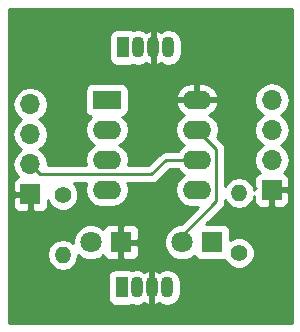
<source format=gbr>
G04 #@! TF.FileFunction,Copper,L2,Bot,Signal*
%FSLAX46Y46*%
G04 Gerber Fmt 4.6, Leading zero omitted, Abs format (unit mm)*
G04 Created by KiCad (PCBNEW 4.0.7) date 12/07/18 00:27:29*
%MOMM*%
%LPD*%
G01*
G04 APERTURE LIST*
%ADD10C,0.100000*%
%ADD11R,2.400000X1.600000*%
%ADD12O,2.400000X1.600000*%
%ADD13R,1.700000X1.700000*%
%ADD14O,1.700000X1.700000*%
%ADD15R,1.800000X1.800000*%
%ADD16C,1.800000*%
%ADD17C,1.400000*%
%ADD18O,1.400000X1.400000*%
%ADD19R,1.070000X1.800000*%
%ADD20O,1.070000X1.800000*%
%ADD21C,0.250000*%
%ADD22C,0.254000*%
G04 APERTURE END LIST*
D10*
D11*
X152527000Y-130302000D03*
D12*
X160147000Y-137922000D03*
X152527000Y-132842000D03*
X160147000Y-135382000D03*
X152527000Y-135382000D03*
X160147000Y-132842000D03*
X152527000Y-137922000D03*
X160147000Y-130302000D03*
D13*
X146050000Y-138303000D03*
D14*
X146050000Y-135763000D03*
X146050000Y-133223000D03*
X146050000Y-130683000D03*
D15*
X161442400Y-142341600D03*
D16*
X158902400Y-142341600D03*
D15*
X153720800Y-142341600D03*
D16*
X151180800Y-142341600D03*
D13*
X166497000Y-137922000D03*
D14*
X166497000Y-135382000D03*
X166497000Y-132842000D03*
X166497000Y-130302000D03*
D17*
X163728400Y-143256000D03*
D18*
X163728400Y-138176000D03*
D17*
X148793200Y-138328400D03*
D18*
X148793200Y-143408400D03*
D19*
X153924000Y-125857000D03*
D20*
X155194000Y-125857000D03*
X156464000Y-125857000D03*
X157734000Y-125857000D03*
D19*
X153797000Y-146177000D03*
D20*
X155067000Y-146177000D03*
X156337000Y-146177000D03*
X157607000Y-146177000D03*
D21*
X158800800Y-142341600D02*
X158800800Y-141884400D01*
X158800800Y-141884400D02*
X161798000Y-138887200D01*
X161798000Y-138887200D02*
X161798000Y-134493000D01*
X161798000Y-134493000D02*
X160147000Y-132842000D01*
X160147000Y-132842000D02*
X160629600Y-132842000D01*
X160147000Y-135382000D02*
X157530800Y-135382000D01*
X146888200Y-136601200D02*
X146050000Y-135763000D01*
X156311600Y-136601200D02*
X146888200Y-136601200D01*
X157530800Y-135382000D02*
X156311600Y-136601200D01*
D22*
G36*
X168200000Y-149150000D02*
X144220000Y-149150000D01*
X144220000Y-145277000D01*
X152614560Y-145277000D01*
X152614560Y-147077000D01*
X152658838Y-147312317D01*
X152797910Y-147528441D01*
X153010110Y-147673431D01*
X153262000Y-147724440D01*
X154332000Y-147724440D01*
X154567317Y-147680162D01*
X154614477Y-147649815D01*
X154619260Y-147653011D01*
X155067000Y-147742072D01*
X155514740Y-147653011D01*
X155717766Y-147517354D01*
X156029617Y-147670900D01*
X156210000Y-147545244D01*
X156210000Y-146707810D01*
X156237000Y-146572072D01*
X156237000Y-145781928D01*
X156437000Y-145781928D01*
X156437000Y-146572072D01*
X156464000Y-146707810D01*
X156464000Y-147545244D01*
X156644383Y-147670900D01*
X156956234Y-147517354D01*
X157159260Y-147653011D01*
X157607000Y-147742072D01*
X158054740Y-147653011D01*
X158434315Y-147399387D01*
X158687939Y-147019812D01*
X158777000Y-146572072D01*
X158777000Y-145781928D01*
X158687939Y-145334188D01*
X158434315Y-144954613D01*
X158054740Y-144700989D01*
X157607000Y-144611928D01*
X157159260Y-144700989D01*
X156956234Y-144836646D01*
X156644383Y-144683100D01*
X156464000Y-144808756D01*
X156464000Y-145646190D01*
X156437000Y-145781928D01*
X156237000Y-145781928D01*
X156210000Y-145646190D01*
X156210000Y-144808756D01*
X156029617Y-144683100D01*
X155717766Y-144836646D01*
X155514740Y-144700989D01*
X155067000Y-144611928D01*
X154619260Y-144700989D01*
X154616487Y-144702842D01*
X154583890Y-144680569D01*
X154332000Y-144629560D01*
X153262000Y-144629560D01*
X153026683Y-144673838D01*
X152810559Y-144812910D01*
X152665569Y-145025110D01*
X152614560Y-145277000D01*
X144220000Y-145277000D01*
X144220000Y-143382246D01*
X147458200Y-143382246D01*
X147458200Y-143434554D01*
X147559821Y-143945436D01*
X147849212Y-144378542D01*
X148282318Y-144667933D01*
X148793200Y-144769554D01*
X149304082Y-144667933D01*
X149737188Y-144378542D01*
X150026579Y-143945436D01*
X150124000Y-143455668D01*
X150310157Y-143642151D01*
X150874130Y-143876333D01*
X151484791Y-143876865D01*
X152049171Y-143643668D01*
X152226641Y-143466508D01*
X152282473Y-143601299D01*
X152461102Y-143779927D01*
X152694491Y-143876600D01*
X153435050Y-143876600D01*
X153593800Y-143717850D01*
X153593800Y-142468600D01*
X153847800Y-142468600D01*
X153847800Y-143717850D01*
X154006550Y-143876600D01*
X154747109Y-143876600D01*
X154980498Y-143779927D01*
X155159127Y-143601299D01*
X155255800Y-143367910D01*
X155255800Y-142627350D01*
X155097050Y-142468600D01*
X153847800Y-142468600D01*
X153593800Y-142468600D01*
X153573800Y-142468600D01*
X153573800Y-142214600D01*
X153593800Y-142214600D01*
X153593800Y-140965350D01*
X153847800Y-140965350D01*
X153847800Y-142214600D01*
X155097050Y-142214600D01*
X155255800Y-142055850D01*
X155255800Y-141315290D01*
X155159127Y-141081901D01*
X154980498Y-140903273D01*
X154747109Y-140806600D01*
X154006550Y-140806600D01*
X153847800Y-140965350D01*
X153593800Y-140965350D01*
X153435050Y-140806600D01*
X152694491Y-140806600D01*
X152461102Y-140903273D01*
X152282473Y-141081901D01*
X152226681Y-141216594D01*
X152051443Y-141041049D01*
X151487470Y-140806867D01*
X150876809Y-140806335D01*
X150312429Y-141039532D01*
X149880249Y-141470957D01*
X149646067Y-142034930D01*
X149645769Y-142377174D01*
X149304082Y-142148867D01*
X148793200Y-142047246D01*
X148282318Y-142148867D01*
X147849212Y-142438258D01*
X147559821Y-142871364D01*
X147458200Y-143382246D01*
X144220000Y-143382246D01*
X144220000Y-138588750D01*
X144565000Y-138588750D01*
X144565000Y-139279310D01*
X144661673Y-139512699D01*
X144840302Y-139691327D01*
X145073691Y-139788000D01*
X145764250Y-139788000D01*
X145923000Y-139629250D01*
X145923000Y-138430000D01*
X144723750Y-138430000D01*
X144565000Y-138588750D01*
X144220000Y-138588750D01*
X144220000Y-130683000D01*
X144535907Y-130683000D01*
X144648946Y-131251285D01*
X144970853Y-131733054D01*
X145300026Y-131953000D01*
X144970853Y-132172946D01*
X144648946Y-132654715D01*
X144535907Y-133223000D01*
X144648946Y-133791285D01*
X144970853Y-134273054D01*
X145300026Y-134493000D01*
X144970853Y-134712946D01*
X144648946Y-135194715D01*
X144535907Y-135763000D01*
X144648946Y-136331285D01*
X144970853Y-136813054D01*
X145014777Y-136842403D01*
X144840302Y-136914673D01*
X144661673Y-137093301D01*
X144565000Y-137326690D01*
X144565000Y-138017250D01*
X144723750Y-138176000D01*
X145923000Y-138176000D01*
X145923000Y-138156000D01*
X146177000Y-138156000D01*
X146177000Y-138176000D01*
X146197000Y-138176000D01*
X146197000Y-138430000D01*
X146177000Y-138430000D01*
X146177000Y-139629250D01*
X146335750Y-139788000D01*
X147026309Y-139788000D01*
X147259698Y-139691327D01*
X147438327Y-139512699D01*
X147535000Y-139279310D01*
X147535000Y-138779213D01*
X147660782Y-139083629D01*
X148035996Y-139459498D01*
X148526487Y-139663168D01*
X149057583Y-139663631D01*
X149548429Y-139460818D01*
X149924298Y-139085604D01*
X150127968Y-138595113D01*
X150128431Y-138064017D01*
X149925618Y-137573171D01*
X149714016Y-137361200D01*
X150773067Y-137361200D01*
X150765283Y-137372849D01*
X150656050Y-137922000D01*
X150765283Y-138471151D01*
X151076352Y-138936698D01*
X151541899Y-139247767D01*
X152091050Y-139357000D01*
X152962950Y-139357000D01*
X153512101Y-139247767D01*
X153977648Y-138936698D01*
X154288717Y-138471151D01*
X154397950Y-137922000D01*
X154288717Y-137372849D01*
X154280933Y-137361200D01*
X156311600Y-137361200D01*
X156602439Y-137303348D01*
X156849001Y-137138601D01*
X157845602Y-136142000D01*
X158526168Y-136142000D01*
X158696352Y-136396698D01*
X159078438Y-136652000D01*
X158696352Y-136907302D01*
X158385283Y-137372849D01*
X158276050Y-137922000D01*
X158385283Y-138471151D01*
X158696352Y-138936698D01*
X159161899Y-139247767D01*
X159711050Y-139357000D01*
X160253398Y-139357000D01*
X158803884Y-140806514D01*
X158598409Y-140806335D01*
X158034029Y-141039532D01*
X157601849Y-141470957D01*
X157367667Y-142034930D01*
X157367135Y-142645591D01*
X157600332Y-143209971D01*
X158031757Y-143642151D01*
X158595730Y-143876333D01*
X159206391Y-143876865D01*
X159770771Y-143643668D01*
X159939013Y-143475720D01*
X159939238Y-143476917D01*
X160078310Y-143693041D01*
X160290510Y-143838031D01*
X160542400Y-143889040D01*
X162342400Y-143889040D01*
X162530844Y-143853582D01*
X162595982Y-144011229D01*
X162971196Y-144387098D01*
X163461687Y-144590768D01*
X163992783Y-144591231D01*
X164483629Y-144388418D01*
X164859498Y-144013204D01*
X165063168Y-143522713D01*
X165063631Y-142991617D01*
X164860818Y-142500771D01*
X164485604Y-142124902D01*
X163995113Y-141921232D01*
X163464017Y-141920769D01*
X162989840Y-142116695D01*
X162989840Y-141441600D01*
X162945562Y-141206283D01*
X162806490Y-140990159D01*
X162594290Y-140845169D01*
X162342400Y-140794160D01*
X160965842Y-140794160D01*
X162335401Y-139424601D01*
X162500148Y-139178039D01*
X162558000Y-138887200D01*
X162558000Y-138807291D01*
X162784412Y-139146142D01*
X163217518Y-139435533D01*
X163728400Y-139537154D01*
X164239282Y-139435533D01*
X164672388Y-139146142D01*
X164961779Y-138713036D01*
X165012000Y-138460559D01*
X165012000Y-138898310D01*
X165108673Y-139131699D01*
X165287302Y-139310327D01*
X165520691Y-139407000D01*
X166211250Y-139407000D01*
X166370000Y-139248250D01*
X166370000Y-138049000D01*
X166624000Y-138049000D01*
X166624000Y-139248250D01*
X166782750Y-139407000D01*
X167473309Y-139407000D01*
X167706698Y-139310327D01*
X167885327Y-139131699D01*
X167982000Y-138898310D01*
X167982000Y-138207750D01*
X167823250Y-138049000D01*
X166624000Y-138049000D01*
X166370000Y-138049000D01*
X166350000Y-138049000D01*
X166350000Y-137795000D01*
X166370000Y-137795000D01*
X166370000Y-137775000D01*
X166624000Y-137775000D01*
X166624000Y-137795000D01*
X167823250Y-137795000D01*
X167982000Y-137636250D01*
X167982000Y-136945690D01*
X167885327Y-136712301D01*
X167706698Y-136533673D01*
X167532223Y-136461403D01*
X167576147Y-136432054D01*
X167898054Y-135950285D01*
X168011093Y-135382000D01*
X167898054Y-134813715D01*
X167576147Y-134331946D01*
X167246974Y-134112000D01*
X167576147Y-133892054D01*
X167898054Y-133410285D01*
X168011093Y-132842000D01*
X167898054Y-132273715D01*
X167576147Y-131791946D01*
X167246974Y-131572000D01*
X167576147Y-131352054D01*
X167898054Y-130870285D01*
X168011093Y-130302000D01*
X167898054Y-129733715D01*
X167576147Y-129251946D01*
X167094378Y-128930039D01*
X166526093Y-128817000D01*
X166467907Y-128817000D01*
X165899622Y-128930039D01*
X165417853Y-129251946D01*
X165095946Y-129733715D01*
X164982907Y-130302000D01*
X165095946Y-130870285D01*
X165417853Y-131352054D01*
X165747026Y-131572000D01*
X165417853Y-131791946D01*
X165095946Y-132273715D01*
X164982907Y-132842000D01*
X165095946Y-133410285D01*
X165417853Y-133892054D01*
X165747026Y-134112000D01*
X165417853Y-134331946D01*
X165095946Y-134813715D01*
X164982907Y-135382000D01*
X165095946Y-135950285D01*
X165417853Y-136432054D01*
X165461777Y-136461403D01*
X165287302Y-136533673D01*
X165108673Y-136712301D01*
X165012000Y-136945690D01*
X165012000Y-137636250D01*
X165170748Y-137794998D01*
X165012000Y-137794998D01*
X165012000Y-137891441D01*
X164961779Y-137638964D01*
X164672388Y-137205858D01*
X164239282Y-136916467D01*
X163728400Y-136814846D01*
X163217518Y-136916467D01*
X162784412Y-137205858D01*
X162558000Y-137544709D01*
X162558000Y-134493000D01*
X162500148Y-134202161D01*
X162335401Y-133955599D01*
X161853536Y-133473734D01*
X161908717Y-133391151D01*
X162017950Y-132842000D01*
X161908717Y-132292849D01*
X161597648Y-131827302D01*
X161219293Y-131574493D01*
X161651500Y-131226896D01*
X161921367Y-130733819D01*
X161938904Y-130651039D01*
X161816915Y-130429000D01*
X160274000Y-130429000D01*
X160274000Y-130449000D01*
X160020000Y-130449000D01*
X160020000Y-130429000D01*
X158477085Y-130429000D01*
X158355096Y-130651039D01*
X158372633Y-130733819D01*
X158642500Y-131226896D01*
X159074707Y-131574493D01*
X158696352Y-131827302D01*
X158385283Y-132292849D01*
X158276050Y-132842000D01*
X158385283Y-133391151D01*
X158696352Y-133856698D01*
X159078438Y-134112000D01*
X158696352Y-134367302D01*
X158526168Y-134622000D01*
X157530800Y-134622000D01*
X157239960Y-134679852D01*
X156993399Y-134844599D01*
X155996798Y-135841200D01*
X154306609Y-135841200D01*
X154397950Y-135382000D01*
X154288717Y-134832849D01*
X153977648Y-134367302D01*
X153595562Y-134112000D01*
X153977648Y-133856698D01*
X154288717Y-133391151D01*
X154397950Y-132842000D01*
X154288717Y-132292849D01*
X153977648Y-131827302D01*
X153831650Y-131729749D01*
X153962317Y-131705162D01*
X154178441Y-131566090D01*
X154323431Y-131353890D01*
X154374440Y-131102000D01*
X154374440Y-129952961D01*
X158355096Y-129952961D01*
X158477085Y-130175000D01*
X160020000Y-130175000D01*
X160020000Y-128867000D01*
X160274000Y-128867000D01*
X160274000Y-130175000D01*
X161816915Y-130175000D01*
X161938904Y-129952961D01*
X161921367Y-129870181D01*
X161651500Y-129377104D01*
X161213483Y-129024834D01*
X160674000Y-128867000D01*
X160274000Y-128867000D01*
X160020000Y-128867000D01*
X159620000Y-128867000D01*
X159080517Y-129024834D01*
X158642500Y-129377104D01*
X158372633Y-129870181D01*
X158355096Y-129952961D01*
X154374440Y-129952961D01*
X154374440Y-129502000D01*
X154330162Y-129266683D01*
X154191090Y-129050559D01*
X153978890Y-128905569D01*
X153727000Y-128854560D01*
X151327000Y-128854560D01*
X151091683Y-128898838D01*
X150875559Y-129037910D01*
X150730569Y-129250110D01*
X150679560Y-129502000D01*
X150679560Y-131102000D01*
X150723838Y-131337317D01*
X150862910Y-131553441D01*
X151075110Y-131698431D01*
X151224074Y-131728597D01*
X151076352Y-131827302D01*
X150765283Y-132292849D01*
X150656050Y-132842000D01*
X150765283Y-133391151D01*
X151076352Y-133856698D01*
X151458438Y-134112000D01*
X151076352Y-134367302D01*
X150765283Y-134832849D01*
X150656050Y-135382000D01*
X150747391Y-135841200D01*
X147548538Y-135841200D01*
X147564093Y-135763000D01*
X147451054Y-135194715D01*
X147129147Y-134712946D01*
X146799974Y-134493000D01*
X147129147Y-134273054D01*
X147451054Y-133791285D01*
X147564093Y-133223000D01*
X147451054Y-132654715D01*
X147129147Y-132172946D01*
X146799974Y-131953000D01*
X147129147Y-131733054D01*
X147451054Y-131251285D01*
X147564093Y-130683000D01*
X147451054Y-130114715D01*
X147129147Y-129632946D01*
X146647378Y-129311039D01*
X146079093Y-129198000D01*
X146020907Y-129198000D01*
X145452622Y-129311039D01*
X144970853Y-129632946D01*
X144648946Y-130114715D01*
X144535907Y-130683000D01*
X144220000Y-130683000D01*
X144220000Y-124957000D01*
X152741560Y-124957000D01*
X152741560Y-126757000D01*
X152785838Y-126992317D01*
X152924910Y-127208441D01*
X153137110Y-127353431D01*
X153389000Y-127404440D01*
X154459000Y-127404440D01*
X154694317Y-127360162D01*
X154741477Y-127329815D01*
X154746260Y-127333011D01*
X155194000Y-127422072D01*
X155641740Y-127333011D01*
X155844766Y-127197354D01*
X156156617Y-127350900D01*
X156337000Y-127225244D01*
X156337000Y-126387810D01*
X156364000Y-126252072D01*
X156364000Y-125461928D01*
X156564000Y-125461928D01*
X156564000Y-126252072D01*
X156591000Y-126387810D01*
X156591000Y-127225244D01*
X156771383Y-127350900D01*
X157083234Y-127197354D01*
X157286260Y-127333011D01*
X157734000Y-127422072D01*
X158181740Y-127333011D01*
X158561315Y-127079387D01*
X158814939Y-126699812D01*
X158904000Y-126252072D01*
X158904000Y-125461928D01*
X158814939Y-125014188D01*
X158561315Y-124634613D01*
X158181740Y-124380989D01*
X157734000Y-124291928D01*
X157286260Y-124380989D01*
X157083234Y-124516646D01*
X156771383Y-124363100D01*
X156591000Y-124488756D01*
X156591000Y-125326190D01*
X156564000Y-125461928D01*
X156364000Y-125461928D01*
X156337000Y-125326190D01*
X156337000Y-124488756D01*
X156156617Y-124363100D01*
X155844766Y-124516646D01*
X155641740Y-124380989D01*
X155194000Y-124291928D01*
X154746260Y-124380989D01*
X154743487Y-124382842D01*
X154710890Y-124360569D01*
X154459000Y-124309560D01*
X153389000Y-124309560D01*
X153153683Y-124353838D01*
X152937559Y-124492910D01*
X152792569Y-124705110D01*
X152741560Y-124957000D01*
X144220000Y-124957000D01*
X144220000Y-122630000D01*
X168200000Y-122630000D01*
X168200000Y-149150000D01*
X168200000Y-149150000D01*
G37*
X168200000Y-149150000D02*
X144220000Y-149150000D01*
X144220000Y-145277000D01*
X152614560Y-145277000D01*
X152614560Y-147077000D01*
X152658838Y-147312317D01*
X152797910Y-147528441D01*
X153010110Y-147673431D01*
X153262000Y-147724440D01*
X154332000Y-147724440D01*
X154567317Y-147680162D01*
X154614477Y-147649815D01*
X154619260Y-147653011D01*
X155067000Y-147742072D01*
X155514740Y-147653011D01*
X155717766Y-147517354D01*
X156029617Y-147670900D01*
X156210000Y-147545244D01*
X156210000Y-146707810D01*
X156237000Y-146572072D01*
X156237000Y-145781928D01*
X156437000Y-145781928D01*
X156437000Y-146572072D01*
X156464000Y-146707810D01*
X156464000Y-147545244D01*
X156644383Y-147670900D01*
X156956234Y-147517354D01*
X157159260Y-147653011D01*
X157607000Y-147742072D01*
X158054740Y-147653011D01*
X158434315Y-147399387D01*
X158687939Y-147019812D01*
X158777000Y-146572072D01*
X158777000Y-145781928D01*
X158687939Y-145334188D01*
X158434315Y-144954613D01*
X158054740Y-144700989D01*
X157607000Y-144611928D01*
X157159260Y-144700989D01*
X156956234Y-144836646D01*
X156644383Y-144683100D01*
X156464000Y-144808756D01*
X156464000Y-145646190D01*
X156437000Y-145781928D01*
X156237000Y-145781928D01*
X156210000Y-145646190D01*
X156210000Y-144808756D01*
X156029617Y-144683100D01*
X155717766Y-144836646D01*
X155514740Y-144700989D01*
X155067000Y-144611928D01*
X154619260Y-144700989D01*
X154616487Y-144702842D01*
X154583890Y-144680569D01*
X154332000Y-144629560D01*
X153262000Y-144629560D01*
X153026683Y-144673838D01*
X152810559Y-144812910D01*
X152665569Y-145025110D01*
X152614560Y-145277000D01*
X144220000Y-145277000D01*
X144220000Y-143382246D01*
X147458200Y-143382246D01*
X147458200Y-143434554D01*
X147559821Y-143945436D01*
X147849212Y-144378542D01*
X148282318Y-144667933D01*
X148793200Y-144769554D01*
X149304082Y-144667933D01*
X149737188Y-144378542D01*
X150026579Y-143945436D01*
X150124000Y-143455668D01*
X150310157Y-143642151D01*
X150874130Y-143876333D01*
X151484791Y-143876865D01*
X152049171Y-143643668D01*
X152226641Y-143466508D01*
X152282473Y-143601299D01*
X152461102Y-143779927D01*
X152694491Y-143876600D01*
X153435050Y-143876600D01*
X153593800Y-143717850D01*
X153593800Y-142468600D01*
X153847800Y-142468600D01*
X153847800Y-143717850D01*
X154006550Y-143876600D01*
X154747109Y-143876600D01*
X154980498Y-143779927D01*
X155159127Y-143601299D01*
X155255800Y-143367910D01*
X155255800Y-142627350D01*
X155097050Y-142468600D01*
X153847800Y-142468600D01*
X153593800Y-142468600D01*
X153573800Y-142468600D01*
X153573800Y-142214600D01*
X153593800Y-142214600D01*
X153593800Y-140965350D01*
X153847800Y-140965350D01*
X153847800Y-142214600D01*
X155097050Y-142214600D01*
X155255800Y-142055850D01*
X155255800Y-141315290D01*
X155159127Y-141081901D01*
X154980498Y-140903273D01*
X154747109Y-140806600D01*
X154006550Y-140806600D01*
X153847800Y-140965350D01*
X153593800Y-140965350D01*
X153435050Y-140806600D01*
X152694491Y-140806600D01*
X152461102Y-140903273D01*
X152282473Y-141081901D01*
X152226681Y-141216594D01*
X152051443Y-141041049D01*
X151487470Y-140806867D01*
X150876809Y-140806335D01*
X150312429Y-141039532D01*
X149880249Y-141470957D01*
X149646067Y-142034930D01*
X149645769Y-142377174D01*
X149304082Y-142148867D01*
X148793200Y-142047246D01*
X148282318Y-142148867D01*
X147849212Y-142438258D01*
X147559821Y-142871364D01*
X147458200Y-143382246D01*
X144220000Y-143382246D01*
X144220000Y-138588750D01*
X144565000Y-138588750D01*
X144565000Y-139279310D01*
X144661673Y-139512699D01*
X144840302Y-139691327D01*
X145073691Y-139788000D01*
X145764250Y-139788000D01*
X145923000Y-139629250D01*
X145923000Y-138430000D01*
X144723750Y-138430000D01*
X144565000Y-138588750D01*
X144220000Y-138588750D01*
X144220000Y-130683000D01*
X144535907Y-130683000D01*
X144648946Y-131251285D01*
X144970853Y-131733054D01*
X145300026Y-131953000D01*
X144970853Y-132172946D01*
X144648946Y-132654715D01*
X144535907Y-133223000D01*
X144648946Y-133791285D01*
X144970853Y-134273054D01*
X145300026Y-134493000D01*
X144970853Y-134712946D01*
X144648946Y-135194715D01*
X144535907Y-135763000D01*
X144648946Y-136331285D01*
X144970853Y-136813054D01*
X145014777Y-136842403D01*
X144840302Y-136914673D01*
X144661673Y-137093301D01*
X144565000Y-137326690D01*
X144565000Y-138017250D01*
X144723750Y-138176000D01*
X145923000Y-138176000D01*
X145923000Y-138156000D01*
X146177000Y-138156000D01*
X146177000Y-138176000D01*
X146197000Y-138176000D01*
X146197000Y-138430000D01*
X146177000Y-138430000D01*
X146177000Y-139629250D01*
X146335750Y-139788000D01*
X147026309Y-139788000D01*
X147259698Y-139691327D01*
X147438327Y-139512699D01*
X147535000Y-139279310D01*
X147535000Y-138779213D01*
X147660782Y-139083629D01*
X148035996Y-139459498D01*
X148526487Y-139663168D01*
X149057583Y-139663631D01*
X149548429Y-139460818D01*
X149924298Y-139085604D01*
X150127968Y-138595113D01*
X150128431Y-138064017D01*
X149925618Y-137573171D01*
X149714016Y-137361200D01*
X150773067Y-137361200D01*
X150765283Y-137372849D01*
X150656050Y-137922000D01*
X150765283Y-138471151D01*
X151076352Y-138936698D01*
X151541899Y-139247767D01*
X152091050Y-139357000D01*
X152962950Y-139357000D01*
X153512101Y-139247767D01*
X153977648Y-138936698D01*
X154288717Y-138471151D01*
X154397950Y-137922000D01*
X154288717Y-137372849D01*
X154280933Y-137361200D01*
X156311600Y-137361200D01*
X156602439Y-137303348D01*
X156849001Y-137138601D01*
X157845602Y-136142000D01*
X158526168Y-136142000D01*
X158696352Y-136396698D01*
X159078438Y-136652000D01*
X158696352Y-136907302D01*
X158385283Y-137372849D01*
X158276050Y-137922000D01*
X158385283Y-138471151D01*
X158696352Y-138936698D01*
X159161899Y-139247767D01*
X159711050Y-139357000D01*
X160253398Y-139357000D01*
X158803884Y-140806514D01*
X158598409Y-140806335D01*
X158034029Y-141039532D01*
X157601849Y-141470957D01*
X157367667Y-142034930D01*
X157367135Y-142645591D01*
X157600332Y-143209971D01*
X158031757Y-143642151D01*
X158595730Y-143876333D01*
X159206391Y-143876865D01*
X159770771Y-143643668D01*
X159939013Y-143475720D01*
X159939238Y-143476917D01*
X160078310Y-143693041D01*
X160290510Y-143838031D01*
X160542400Y-143889040D01*
X162342400Y-143889040D01*
X162530844Y-143853582D01*
X162595982Y-144011229D01*
X162971196Y-144387098D01*
X163461687Y-144590768D01*
X163992783Y-144591231D01*
X164483629Y-144388418D01*
X164859498Y-144013204D01*
X165063168Y-143522713D01*
X165063631Y-142991617D01*
X164860818Y-142500771D01*
X164485604Y-142124902D01*
X163995113Y-141921232D01*
X163464017Y-141920769D01*
X162989840Y-142116695D01*
X162989840Y-141441600D01*
X162945562Y-141206283D01*
X162806490Y-140990159D01*
X162594290Y-140845169D01*
X162342400Y-140794160D01*
X160965842Y-140794160D01*
X162335401Y-139424601D01*
X162500148Y-139178039D01*
X162558000Y-138887200D01*
X162558000Y-138807291D01*
X162784412Y-139146142D01*
X163217518Y-139435533D01*
X163728400Y-139537154D01*
X164239282Y-139435533D01*
X164672388Y-139146142D01*
X164961779Y-138713036D01*
X165012000Y-138460559D01*
X165012000Y-138898310D01*
X165108673Y-139131699D01*
X165287302Y-139310327D01*
X165520691Y-139407000D01*
X166211250Y-139407000D01*
X166370000Y-139248250D01*
X166370000Y-138049000D01*
X166624000Y-138049000D01*
X166624000Y-139248250D01*
X166782750Y-139407000D01*
X167473309Y-139407000D01*
X167706698Y-139310327D01*
X167885327Y-139131699D01*
X167982000Y-138898310D01*
X167982000Y-138207750D01*
X167823250Y-138049000D01*
X166624000Y-138049000D01*
X166370000Y-138049000D01*
X166350000Y-138049000D01*
X166350000Y-137795000D01*
X166370000Y-137795000D01*
X166370000Y-137775000D01*
X166624000Y-137775000D01*
X166624000Y-137795000D01*
X167823250Y-137795000D01*
X167982000Y-137636250D01*
X167982000Y-136945690D01*
X167885327Y-136712301D01*
X167706698Y-136533673D01*
X167532223Y-136461403D01*
X167576147Y-136432054D01*
X167898054Y-135950285D01*
X168011093Y-135382000D01*
X167898054Y-134813715D01*
X167576147Y-134331946D01*
X167246974Y-134112000D01*
X167576147Y-133892054D01*
X167898054Y-133410285D01*
X168011093Y-132842000D01*
X167898054Y-132273715D01*
X167576147Y-131791946D01*
X167246974Y-131572000D01*
X167576147Y-131352054D01*
X167898054Y-130870285D01*
X168011093Y-130302000D01*
X167898054Y-129733715D01*
X167576147Y-129251946D01*
X167094378Y-128930039D01*
X166526093Y-128817000D01*
X166467907Y-128817000D01*
X165899622Y-128930039D01*
X165417853Y-129251946D01*
X165095946Y-129733715D01*
X164982907Y-130302000D01*
X165095946Y-130870285D01*
X165417853Y-131352054D01*
X165747026Y-131572000D01*
X165417853Y-131791946D01*
X165095946Y-132273715D01*
X164982907Y-132842000D01*
X165095946Y-133410285D01*
X165417853Y-133892054D01*
X165747026Y-134112000D01*
X165417853Y-134331946D01*
X165095946Y-134813715D01*
X164982907Y-135382000D01*
X165095946Y-135950285D01*
X165417853Y-136432054D01*
X165461777Y-136461403D01*
X165287302Y-136533673D01*
X165108673Y-136712301D01*
X165012000Y-136945690D01*
X165012000Y-137636250D01*
X165170748Y-137794998D01*
X165012000Y-137794998D01*
X165012000Y-137891441D01*
X164961779Y-137638964D01*
X164672388Y-137205858D01*
X164239282Y-136916467D01*
X163728400Y-136814846D01*
X163217518Y-136916467D01*
X162784412Y-137205858D01*
X162558000Y-137544709D01*
X162558000Y-134493000D01*
X162500148Y-134202161D01*
X162335401Y-133955599D01*
X161853536Y-133473734D01*
X161908717Y-133391151D01*
X162017950Y-132842000D01*
X161908717Y-132292849D01*
X161597648Y-131827302D01*
X161219293Y-131574493D01*
X161651500Y-131226896D01*
X161921367Y-130733819D01*
X161938904Y-130651039D01*
X161816915Y-130429000D01*
X160274000Y-130429000D01*
X160274000Y-130449000D01*
X160020000Y-130449000D01*
X160020000Y-130429000D01*
X158477085Y-130429000D01*
X158355096Y-130651039D01*
X158372633Y-130733819D01*
X158642500Y-131226896D01*
X159074707Y-131574493D01*
X158696352Y-131827302D01*
X158385283Y-132292849D01*
X158276050Y-132842000D01*
X158385283Y-133391151D01*
X158696352Y-133856698D01*
X159078438Y-134112000D01*
X158696352Y-134367302D01*
X158526168Y-134622000D01*
X157530800Y-134622000D01*
X157239960Y-134679852D01*
X156993399Y-134844599D01*
X155996798Y-135841200D01*
X154306609Y-135841200D01*
X154397950Y-135382000D01*
X154288717Y-134832849D01*
X153977648Y-134367302D01*
X153595562Y-134112000D01*
X153977648Y-133856698D01*
X154288717Y-133391151D01*
X154397950Y-132842000D01*
X154288717Y-132292849D01*
X153977648Y-131827302D01*
X153831650Y-131729749D01*
X153962317Y-131705162D01*
X154178441Y-131566090D01*
X154323431Y-131353890D01*
X154374440Y-131102000D01*
X154374440Y-129952961D01*
X158355096Y-129952961D01*
X158477085Y-130175000D01*
X160020000Y-130175000D01*
X160020000Y-128867000D01*
X160274000Y-128867000D01*
X160274000Y-130175000D01*
X161816915Y-130175000D01*
X161938904Y-129952961D01*
X161921367Y-129870181D01*
X161651500Y-129377104D01*
X161213483Y-129024834D01*
X160674000Y-128867000D01*
X160274000Y-128867000D01*
X160020000Y-128867000D01*
X159620000Y-128867000D01*
X159080517Y-129024834D01*
X158642500Y-129377104D01*
X158372633Y-129870181D01*
X158355096Y-129952961D01*
X154374440Y-129952961D01*
X154374440Y-129502000D01*
X154330162Y-129266683D01*
X154191090Y-129050559D01*
X153978890Y-128905569D01*
X153727000Y-128854560D01*
X151327000Y-128854560D01*
X151091683Y-128898838D01*
X150875559Y-129037910D01*
X150730569Y-129250110D01*
X150679560Y-129502000D01*
X150679560Y-131102000D01*
X150723838Y-131337317D01*
X150862910Y-131553441D01*
X151075110Y-131698431D01*
X151224074Y-131728597D01*
X151076352Y-131827302D01*
X150765283Y-132292849D01*
X150656050Y-132842000D01*
X150765283Y-133391151D01*
X151076352Y-133856698D01*
X151458438Y-134112000D01*
X151076352Y-134367302D01*
X150765283Y-134832849D01*
X150656050Y-135382000D01*
X150747391Y-135841200D01*
X147548538Y-135841200D01*
X147564093Y-135763000D01*
X147451054Y-135194715D01*
X147129147Y-134712946D01*
X146799974Y-134493000D01*
X147129147Y-134273054D01*
X147451054Y-133791285D01*
X147564093Y-133223000D01*
X147451054Y-132654715D01*
X147129147Y-132172946D01*
X146799974Y-131953000D01*
X147129147Y-131733054D01*
X147451054Y-131251285D01*
X147564093Y-130683000D01*
X147451054Y-130114715D01*
X147129147Y-129632946D01*
X146647378Y-129311039D01*
X146079093Y-129198000D01*
X146020907Y-129198000D01*
X145452622Y-129311039D01*
X144970853Y-129632946D01*
X144648946Y-130114715D01*
X144535907Y-130683000D01*
X144220000Y-130683000D01*
X144220000Y-124957000D01*
X152741560Y-124957000D01*
X152741560Y-126757000D01*
X152785838Y-126992317D01*
X152924910Y-127208441D01*
X153137110Y-127353431D01*
X153389000Y-127404440D01*
X154459000Y-127404440D01*
X154694317Y-127360162D01*
X154741477Y-127329815D01*
X154746260Y-127333011D01*
X155194000Y-127422072D01*
X155641740Y-127333011D01*
X155844766Y-127197354D01*
X156156617Y-127350900D01*
X156337000Y-127225244D01*
X156337000Y-126387810D01*
X156364000Y-126252072D01*
X156364000Y-125461928D01*
X156564000Y-125461928D01*
X156564000Y-126252072D01*
X156591000Y-126387810D01*
X156591000Y-127225244D01*
X156771383Y-127350900D01*
X157083234Y-127197354D01*
X157286260Y-127333011D01*
X157734000Y-127422072D01*
X158181740Y-127333011D01*
X158561315Y-127079387D01*
X158814939Y-126699812D01*
X158904000Y-126252072D01*
X158904000Y-125461928D01*
X158814939Y-125014188D01*
X158561315Y-124634613D01*
X158181740Y-124380989D01*
X157734000Y-124291928D01*
X157286260Y-124380989D01*
X157083234Y-124516646D01*
X156771383Y-124363100D01*
X156591000Y-124488756D01*
X156591000Y-125326190D01*
X156564000Y-125461928D01*
X156364000Y-125461928D01*
X156337000Y-125326190D01*
X156337000Y-124488756D01*
X156156617Y-124363100D01*
X155844766Y-124516646D01*
X155641740Y-124380989D01*
X155194000Y-124291928D01*
X154746260Y-124380989D01*
X154743487Y-124382842D01*
X154710890Y-124360569D01*
X154459000Y-124309560D01*
X153389000Y-124309560D01*
X153153683Y-124353838D01*
X152937559Y-124492910D01*
X152792569Y-124705110D01*
X152741560Y-124957000D01*
X144220000Y-124957000D01*
X144220000Y-122630000D01*
X168200000Y-122630000D01*
X168200000Y-149150000D01*
M02*

</source>
